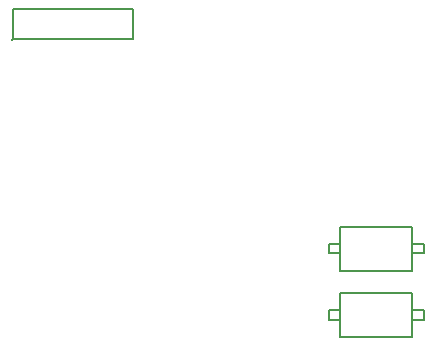
<source format=gbr>
%TF.GenerationSoftware,Altium Limited,Altium Designer,21.3.2 (30)*%
G04 Layer_Color=16711935*
%FSLAX26Y26*%
%MOIN*%
%TF.SameCoordinates,FFAA3912-E1DC-4B59-95C2-56FC1F4E7B50*%
%TF.FilePolarity,Positive*%
%TF.FileFunction,Other,Mechanical_1*%
%TF.Part,Single*%
G01*
G75*
%TA.AperFunction,NonConductor*%
%ADD89C,0.006000*%
%ADD104C,0.008000*%
D89*
X3258598Y2222748D02*
X3296000D01*
X3258598Y2191252D02*
Y2222748D01*
Y2191252D02*
X3296000D01*
X3536157Y2191252D02*
X3573559D01*
Y2222748D01*
X3536157D02*
X3573559D01*
X3296000Y2134165D02*
Y2279835D01*
Y2134165D02*
X3536157D01*
Y2279835D01*
X3296000D02*
X3536157D01*
X3258598Y2443748D02*
X3296000D01*
X3258598Y2412252D02*
Y2443748D01*
Y2412252D02*
X3296000D01*
X3536157Y2412252D02*
X3573559D01*
Y2443748D01*
X3536157D02*
X3573559D01*
X3296000Y2355165D02*
Y2500835D01*
Y2355165D02*
X3536157D01*
Y2500835D01*
X3296000D02*
X3536157D01*
D104*
X2205000Y3127000D02*
X2605000D01*
X2205000D02*
Y3227000D01*
X2605000D01*
Y3127000D02*
Y3227000D01*
X2200000Y3122000D02*
X2205000Y3127000D01*
%TF.MD5,8479f56837ffeadf79de894d2d30bcbd*%
M02*

</source>
